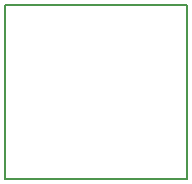
<source format=gko>
G04 #@! TF.FileFunction,Profile,NP*
%FSLAX46Y46*%
G04 Gerber Fmt 4.6, Leading zero omitted, Abs format (unit mm)*
G04 Created by KiCad (PCBNEW 4.0.7-e2-6376~58~ubuntu16.04.1) date Sat Jan 13 09:41:31 2018*
%MOMM*%
%LPD*%
G01*
G04 APERTURE LIST*
%ADD10C,0.100000*%
%ADD11C,0.150000*%
G04 APERTURE END LIST*
D10*
D11*
X108458000Y-95250000D02*
X123825000Y-95250000D01*
X108458000Y-109982000D02*
X108458000Y-95250000D01*
X123825000Y-109982000D02*
X108458000Y-109982000D01*
X123825000Y-95250000D02*
X123825000Y-109982000D01*
M02*

</source>
